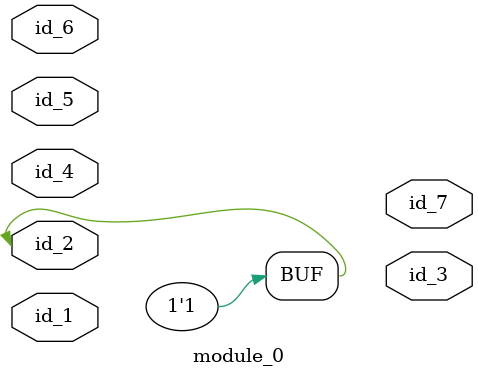
<source format=v>
module module_0 (
    id_1,
    id_2,
    id_3,
    id_4,
    id_5,
    id_6,
    id_7
);
  output id_7;
  inout id_6;
  input id_5;
  input id_4;
  output id_3;
  inout id_2;
  input id_1;
  assign id_2 = 1;
endmodule

</source>
